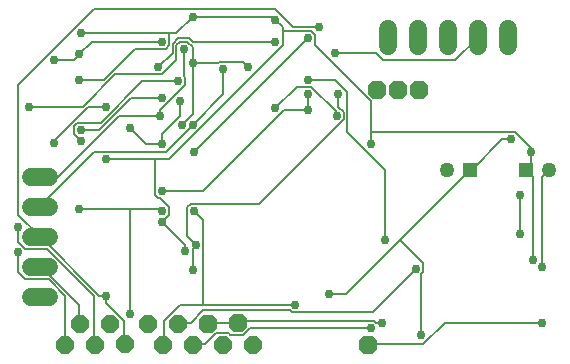
<source format=gbr>
G04 EAGLE Gerber RS-274X export*
G75*
%MOMM*%
%FSLAX34Y34*%
%LPD*%
%INBottom Copper*%
%IPPOS*%
%AMOC8*
5,1,8,0,0,1.08239X$1,22.5*%
G01*
%ADD10P,1.732040X8X22.500000*%
%ADD11R,1.258000X1.258000*%
%ADD12C,1.258000*%
%ADD13C,1.508000*%
%ADD14P,1.649562X8X22.500000*%
%ADD15P,1.649562X8X112.500000*%
%ADD16P,1.649562X8X202.500000*%
%ADD17C,0.152400*%
%ADD18C,0.756400*%


D10*
X205740Y38100D03*
X316230Y19050D03*
X180340Y36830D03*
D11*
X402590Y167640D03*
D12*
X382590Y167640D03*
D11*
X449580Y167640D03*
D12*
X469580Y167640D03*
D13*
X45640Y59690D02*
X30560Y59690D01*
X30560Y85090D02*
X45640Y85090D01*
X45640Y110490D02*
X30560Y110490D01*
X30560Y135890D02*
X45640Y135890D01*
X45640Y161290D02*
X30560Y161290D01*
D10*
X323850Y234950D03*
X359410Y234950D03*
X341630Y234950D03*
D13*
X332740Y271860D02*
X332740Y286940D01*
X358140Y286940D02*
X358140Y271860D01*
X383540Y271860D02*
X383540Y286940D01*
X408940Y286940D02*
X408940Y271860D01*
X434340Y271860D02*
X434340Y286940D01*
D14*
X59690Y19050D03*
X85090Y19050D03*
X72390Y36830D03*
X97790Y36830D03*
X110490Y20320D03*
D15*
X129540Y36830D03*
X142240Y19050D03*
X154940Y36830D03*
X167640Y19050D03*
D16*
X218440Y19050D03*
X193040Y19050D03*
D17*
X283464Y62484D02*
X297180Y62484D01*
X342900Y108204D02*
X402336Y167640D01*
X342900Y108204D02*
X297180Y62484D01*
X402336Y167640D02*
X402590Y167640D01*
X361188Y79248D02*
X361188Y27432D01*
X361188Y79248D02*
X362712Y80772D01*
X362712Y88392D01*
X342900Y108204D01*
X429768Y193548D02*
X437388Y193548D01*
X429768Y193548D02*
X403860Y167640D01*
X402590Y167640D01*
D18*
X283464Y62484D03*
X361188Y27432D03*
X437388Y193548D03*
D17*
X455676Y161544D02*
X455676Y91440D01*
X455676Y161544D02*
X449580Y167640D01*
X454152Y172212D02*
X454152Y182880D01*
X454152Y172212D02*
X449580Y167640D01*
X234696Y297180D02*
X167640Y297180D01*
X234696Y297180D02*
X237744Y294132D01*
X147828Y176784D02*
X135636Y176784D01*
X94488Y176784D01*
X147828Y176784D02*
X243840Y272796D01*
X243840Y284988D02*
X243840Y288036D01*
X243840Y284988D02*
X243840Y272796D01*
X243840Y288036D02*
X237744Y294132D01*
X153924Y283464D02*
X147828Y283464D01*
X73152Y283464D01*
X153924Y283464D02*
X167640Y297180D01*
X92964Y243840D02*
X71628Y243840D01*
X92964Y243840D02*
X118872Y269748D01*
X144780Y269748D01*
X147828Y272796D01*
X147828Y283464D01*
X147828Y129540D02*
X141732Y123444D01*
X147828Y129540D02*
X147828Y135636D01*
X140208Y143256D01*
X138684Y143256D01*
X135636Y146304D01*
X135636Y176784D01*
X318516Y199644D02*
X318516Y225552D01*
X318516Y199644D02*
X318516Y188976D01*
X318516Y225552D02*
X271272Y272796D01*
X271272Y281940D01*
X268224Y284988D01*
X243840Y284988D01*
X454152Y185928D02*
X454152Y182880D01*
X454152Y185928D02*
X440436Y199644D01*
X318516Y199644D01*
X161544Y103632D02*
X161544Y99060D01*
X161544Y103632D02*
X141732Y123444D01*
D18*
X455676Y91440D03*
X454152Y182880D03*
X167640Y297180D03*
X237744Y294132D03*
X94488Y176784D03*
X73152Y283464D03*
X71628Y243840D03*
X141732Y123444D03*
X318516Y188976D03*
X161544Y99060D03*
D17*
X167640Y257556D02*
X188976Y257556D01*
X190500Y259080D01*
X210312Y259080D01*
X214884Y254508D01*
X74676Y220980D02*
X28956Y220980D01*
X74676Y220980D02*
X102108Y248412D01*
X141732Y248412D01*
X153924Y260604D01*
X153924Y272796D01*
X156972Y275844D01*
X163068Y275844D01*
X167640Y271272D01*
X167640Y257556D01*
X167640Y214884D01*
X158496Y205740D01*
X288036Y266700D02*
X323088Y266700D01*
X329184Y260604D01*
X390144Y260604D01*
X408940Y279400D01*
X463296Y161544D02*
X463296Y85344D01*
X463296Y161544D02*
X469392Y167640D01*
X469580Y167640D01*
D18*
X167640Y257556D03*
X214884Y254508D03*
X28956Y220980D03*
X158496Y205740D03*
X288036Y266700D03*
X463296Y85344D03*
D17*
X140208Y213360D02*
X105156Y213360D01*
X53340Y161544D01*
X38100Y161544D01*
X38100Y161290D01*
X160020Y246888D02*
X160020Y269748D01*
X160020Y246888D02*
X161544Y245364D01*
X161544Y239268D01*
X140208Y217932D01*
X140208Y213360D01*
X59436Y60960D02*
X59436Y19812D01*
X59436Y60960D02*
X45720Y74676D01*
X25908Y74676D01*
X19812Y80772D01*
X19812Y97536D01*
X59436Y19812D02*
X59690Y19050D01*
D18*
X140208Y213360D03*
X160020Y269748D03*
X19812Y97536D03*
D17*
X94488Y60960D02*
X94488Y54864D01*
X109728Y39624D01*
X109728Y21336D01*
X110490Y20320D01*
X252984Y288036D02*
X274320Y288036D01*
X252984Y288036D02*
X237744Y303276D01*
X83820Y303276D01*
X19812Y239268D01*
X19812Y129540D01*
X38100Y111252D01*
X88392Y60960D02*
X94488Y60960D01*
X88392Y60960D02*
X38100Y111252D01*
X38100Y110490D01*
D18*
X94488Y60960D03*
X274320Y288036D03*
D17*
X265176Y231648D02*
X265176Y217932D01*
X71628Y53340D02*
X71628Y38100D01*
X71628Y53340D02*
X41148Y83820D01*
X38100Y83820D01*
X71628Y38100D02*
X72390Y36830D01*
X38100Y83820D02*
X38100Y85090D01*
X245364Y217932D02*
X265176Y217932D01*
X245364Y217932D02*
X176784Y149352D01*
X141732Y149352D01*
D18*
X265176Y217932D03*
X265176Y231648D03*
X141732Y149352D03*
D17*
X140208Y134112D02*
X114300Y134112D01*
X71628Y134112D01*
X140208Y134112D02*
X141732Y132588D01*
X114300Y134112D02*
X114300Y45720D01*
D18*
X71628Y134112D03*
X141732Y132588D03*
X114300Y45720D03*
D17*
X144780Y182880D02*
X167640Y205740D01*
X144780Y182880D02*
X83820Y182880D01*
X38100Y137160D01*
X38100Y135890D01*
X193548Y231648D02*
X193548Y252984D01*
X193548Y231648D02*
X167640Y205740D01*
X83820Y60960D02*
X83820Y19812D01*
X83820Y60960D02*
X44196Y100584D01*
X25908Y100584D01*
X19812Y106680D01*
X19812Y118872D01*
X83820Y19812D02*
X85090Y19050D01*
D18*
X167640Y205740D03*
X193548Y252984D03*
X19812Y118872D03*
D17*
X79248Y220980D02*
X94488Y220980D01*
X79248Y220980D02*
X50292Y192024D01*
X50292Y190500D01*
D18*
X94488Y220980D03*
X50292Y190500D03*
D17*
X115824Y228600D02*
X141732Y228600D01*
X115824Y228600D02*
X88392Y201168D01*
X73152Y201168D01*
D18*
X141732Y228600D03*
X73152Y201168D03*
D17*
X128016Y188976D02*
X141732Y188976D01*
X128016Y188976D02*
X114300Y202692D01*
X156972Y213360D02*
X156972Y225552D01*
X156972Y213360D02*
X141732Y198120D01*
X141732Y188976D01*
D18*
X141732Y188976D03*
X114300Y202692D03*
X156972Y225552D03*
D17*
X167640Y100584D02*
X167640Y82296D01*
X167640Y100584D02*
X170688Y103632D01*
X291084Y220980D02*
X291084Y231648D01*
X291084Y220980D02*
X295656Y216408D01*
X295656Y210312D01*
X224028Y138684D01*
X166116Y138684D01*
X163068Y135636D01*
X163068Y111252D01*
X170688Y103632D01*
D18*
X167640Y82296D03*
X170688Y103632D03*
X291084Y231648D03*
D17*
X176784Y53340D02*
X156972Y53340D01*
X176784Y53340D02*
X254508Y53340D01*
X156972Y53340D02*
X143256Y39624D01*
X143256Y19812D01*
X142240Y19050D01*
X176784Y53340D02*
X176784Y124968D01*
X169164Y132588D01*
X169164Y182880D02*
X265176Y278892D01*
D18*
X254508Y53340D03*
X169164Y132588D03*
X169164Y182880D03*
X265176Y278892D03*
D17*
X237744Y275844D02*
X167640Y275844D01*
X164592Y278892D01*
X155448Y278892D01*
X150876Y274320D01*
X150876Y266700D01*
X138684Y254508D01*
D18*
X237744Y275844D03*
X138684Y254508D03*
D17*
X323088Y38100D02*
X327660Y38100D01*
X323088Y38100D02*
X321564Y39624D01*
X207264Y39624D01*
X205740Y38100D01*
X181356Y38100D01*
X180340Y36830D01*
D18*
X327660Y38100D03*
D17*
X318516Y33528D02*
X216408Y33528D01*
X210312Y27432D01*
X199644Y27432D01*
X198120Y28956D01*
X187452Y28956D01*
X178308Y19812D01*
X167640Y19812D01*
X167640Y19050D01*
D18*
X318516Y33528D03*
D17*
X381000Y38100D02*
X463296Y38100D01*
X381000Y38100D02*
X362712Y19812D01*
X316992Y19812D01*
X316230Y19050D01*
D18*
X463296Y38100D03*
D17*
X166116Y38100D02*
X155448Y38100D01*
X166116Y38100D02*
X176784Y48768D01*
X249936Y48768D01*
X251460Y47244D01*
X320040Y47244D01*
X356616Y83820D01*
X155448Y38100D02*
X154940Y36830D01*
D18*
X356616Y83820D03*
D17*
X330708Y108204D02*
X330708Y167640D01*
X298704Y199644D01*
X298704Y233172D01*
X288036Y243840D01*
X265176Y243840D01*
D18*
X330708Y108204D03*
X265176Y243840D03*
D17*
X445008Y146304D02*
X445008Y112776D01*
D18*
X445008Y146304D03*
X445008Y112776D03*
D17*
X289560Y213360D02*
X289560Y216408D01*
X268224Y237744D01*
X256032Y237744D01*
X237744Y219456D01*
D18*
X289560Y213360D03*
X237744Y219456D03*
D17*
X155448Y242316D02*
X124968Y242316D01*
X89916Y207264D01*
X70104Y207264D01*
X67056Y204216D01*
X67056Y198120D01*
X73152Y192024D01*
D18*
X155448Y242316D03*
X73152Y192024D03*
D17*
X67056Y260604D02*
X50292Y260604D01*
X67056Y260604D02*
X71628Y265176D01*
X82296Y275844D02*
X141732Y275844D01*
X82296Y275844D02*
X71628Y265176D01*
D18*
X50292Y260604D03*
X71628Y265176D03*
X141732Y275844D03*
M02*

</source>
